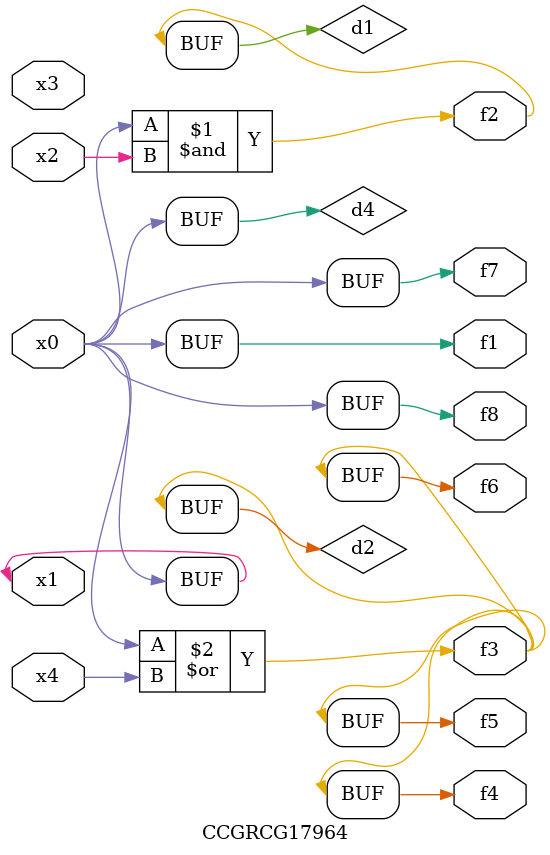
<source format=v>
module CCGRCG17964(
	input x0, x1, x2, x3, x4,
	output f1, f2, f3, f4, f5, f6, f7, f8
);

	wire d1, d2, d3, d4;

	and (d1, x0, x2);
	or (d2, x0, x4);
	nand (d3, x0, x2);
	buf (d4, x0, x1);
	assign f1 = d4;
	assign f2 = d1;
	assign f3 = d2;
	assign f4 = d2;
	assign f5 = d2;
	assign f6 = d2;
	assign f7 = d4;
	assign f8 = d4;
endmodule

</source>
